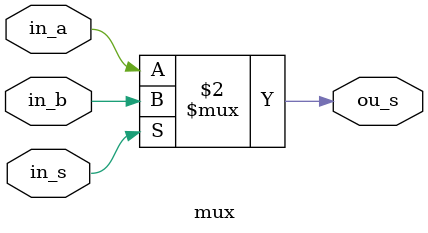
<source format=v>
module divider_8b (in_a, in_b, ou_r, ou_q);
	input [7:0] in_a, in_b;
	output[7:0] ou_r, ou_q;
	
	wire [7:0] bouA, bouB, bouC, bouD, bouE, bouF, bouG, bouH, subA, subB, subC, subD, subE, subF, subG, subH, muxH;
	wire [6:0] muxA, muxB, muxC, muxD, muxE, muxF, muxG;
	
	full_sub fA0(in_a[7],in_b[0], 1'b0   , bouA[0], subA[0]);
	full_sub fA1(1'b0   ,in_b[1], bouA[0], bouA[1], subA[1]);
	full_sub fA2(1'b0   ,in_b[2], bouA[1], bouA[2], subA[2]);
	full_sub fA3(1'b0   ,in_b[3], bouA[2], bouA[3], subA[3]);
	full_sub fA4(1'b0   ,in_b[4], bouA[3], bouA[4], subA[4]);
	full_sub fA5(1'b0   ,in_b[5], bouA[4], bouA[5], subA[5]);
	full_sub fA6(1'b0   ,in_b[6], bouA[5], bouA[6], subA[6]);
	full_sub fA7(1'b0   ,in_b[7], bouA[6], bouA[7], subA[7]);
	
	mux muxA_0(subA[0], in_a[7], bouA[7], muxA[0]);
	mux muxA_1(subA[1], 1'b0   , bouA[7], muxA[1]);
	mux muxA_2(subA[2], 1'b0   , bouA[7], muxA[2]);
	mux muxA_3(subA[3], 1'b0   , bouA[7], muxA[3]);
	mux muxA_4(subA[4], 1'b0   , bouA[7], muxA[4]);
	mux muxA_5(subA[5], 1'b0   , bouA[7], muxA[5]);
	mux muxA_6(subA[6], 1'b0   , bouA[7], muxA[6]);
	
	full_sub fB0(in_a[6], in_b[0],1'b0    , bouB[0], subB[0]);
	full_sub fB1(muxA[0], in_b[1], bouB[0], bouB[1], subB[1]); 
	full_sub fB2(muxA[1], in_b[2], bouB[1], bouB[2], subB[2]); 
	full_sub fB3(muxA[2], in_b[3], bouB[2], bouB[3], subB[3]); 
	full_sub fB4(muxA[3], in_b[4], bouB[3], bouB[4], subB[4]); 
	full_sub fB5(muxA[4], in_b[5], bouB[4], bouB[5], subB[5]); 
	full_sub fB6(muxA[5], in_b[6], bouB[5], bouB[6], subB[6]); 
	full_sub fB7(muxA[6], in_b[7], bouB[6], bouB[7], subB[7]); 
	
	mux muxB_0(subB[0], in_a[6], bouB[7], muxB[0]); 
	mux muxB_1(subB[1], muxA[0], bouB[7], muxB[1]);
	mux muxB_2(subB[2], muxA[1], bouB[7], muxB[2]);
	mux muxB_3(subB[3], muxA[2], bouB[7], muxB[3]);
	mux muxB_4(subB[4], muxA[3], bouB[7], muxB[4]);
	mux muxB_5(subB[5], muxA[4], bouB[7], muxB[5]);
	mux muxB_6(subB[6], muxA[5], bouB[7], muxB[6]);
	
	full_sub fC0(in_a[5], in_b[0],1'b0    , bouC[0], subC[0]);
	full_sub fC1(muxB[0], in_b[1], bouC[0], bouC[1], subC[1]); 
	full_sub fC2(muxB[1], in_b[2], bouC[1], bouC[2], subC[2]); 
	full_sub fC3(muxB[2], in_b[3], bouC[2], bouC[3], subC[3]); 
	full_sub fC4(muxB[3], in_b[4], bouC[3], bouC[4], subC[4]); 
	full_sub fC5(muxB[4], in_b[5], bouC[4], bouC[5], subC[5]); 
	full_sub fC6(muxB[5], in_b[6], bouC[5], bouC[6], subC[6]); 
	full_sub fC7(muxB[6], in_b[7], bouC[6], bouC[7], subC[7]);
	
	mux muxC_0(subC[0], in_a[5], bouC[7], muxC[0]); 
	mux muxC_1(subC[1], muxB[0], bouC[7], muxC[1]);
	mux muxC_2(subC[2], muxB[1], bouC[7], muxC[2]);
	mux muxC_3(subC[3], muxB[2], bouC[7], muxC[3]);
	mux muxC_4(subC[4], muxB[3], bouC[7], muxC[4]);
	mux muxC_5(subC[5], muxB[4], bouC[7], muxC[5]);
	mux muxC_6(subC[6], muxB[5], bouC[7], muxC[6]);
	
	full_sub fD0(in_a[4], in_b[0],1'b0    , bouD[0], subD[0]);
	full_sub fD1(muxC[0], in_b[1], bouD[0], bouD[1], subD[1]); 
	full_sub fD2(muxC[1], in_b[2], bouD[1], bouD[2], subD[2]); 
	full_sub fD3(muxC[2], in_b[3], bouD[2], bouD[3], subD[3]); 
	full_sub fD4(muxC[3], in_b[4], bouD[3], bouD[4], subD[4]); 
	full_sub fD5(muxC[4], in_b[5], bouD[4], bouD[5], subD[5]); 
	full_sub fD6(muxC[5], in_b[6], bouD[5], bouD[6], subD[6]); 
	full_sub fD7(muxC[6], in_b[7], bouD[6], bouD[7], subD[7]);
	
	mux muxD_0(subD[0], in_a[4], bouD[7], muxD[0]); 
	mux muxD_1(subD[1], muxC[0], bouD[7], muxD[1]);
	mux muxD_2(subD[2], muxC[1], bouD[7], muxD[2]);
	mux muxD_3(subD[3], muxC[2], bouD[7], muxD[3]);
	mux muxD_4(subD[4], muxC[3], bouD[7], muxD[4]);
	mux muxD_5(subD[5], muxC[4], bouD[7], muxD[5]);
	mux muxD_6(subD[6], muxC[5], bouD[7], muxD[6]);
	
	full_sub fE0(in_a[3], in_b[0],1'b0    , bouE[0], subE[0]);
	full_sub fE1(muxD[0], in_b[1], bouE[0], bouE[1], subE[1]); 
	full_sub fE2(muxD[1], in_b[2], bouE[1], bouE[2], subE[2]); 
	full_sub fE3(muxD[2], in_b[3], bouE[2], bouE[3], subE[3]); 
	full_sub fE4(muxD[3], in_b[4], bouE[3], bouE[4], subE[4]); 
	full_sub fE5(muxD[4], in_b[5], bouE[4], bouE[5], subE[5]); 
	full_sub fE6(muxD[5], in_b[6], bouE[5], bouE[6], subE[6]); 
	full_sub fE7(muxD[6], in_b[7], bouE[6], bouE[7], subE[7]);
	
	mux muxE_0(subE[0], in_a[3], bouE[7], muxE[0]); 
	mux muxE_1(subE[1], muxD[0], bouE[7], muxE[1]);
	mux muxE_2(subE[2], muxD[1], bouE[7], muxE[2]);
	mux muxE_3(subE[3], muxD[2], bouE[7], muxE[3]);
	mux muxE_4(subE[4], muxD[3], bouE[7], muxE[4]);
	mux muxE_5(subE[5], muxD[4], bouE[7], muxE[5]);
	mux muxE_6(subE[6], muxD[5], bouE[7], muxE[6]);
	
	full_sub fF0(in_a[2], in_b[0],1'b0    , bouF[0], subF[0]);
	full_sub fF1(muxE[0], in_b[1], bouF[0], bouF[1], subF[1]); 
	full_sub fF2(muxE[1], in_b[2], bouF[1], bouF[2], subF[2]); 
	full_sub fF3(muxE[2], in_b[3], bouF[2], bouF[3], subF[3]); 
	full_sub fF4(muxE[3], in_b[4], bouF[3], bouF[4], subF[4]); 
	full_sub fF5(muxE[4], in_b[5], bouF[4], bouF[5], subF[5]); 
	full_sub fF6(muxE[5], in_b[6], bouF[5], bouF[6], subF[6]); 
	full_sub fF7(muxE[6], in_b[7], bouF[6], bouF[7], subF[7]);
	
	mux muxF_0(subF[0], in_a[2], bouF[7], muxF[0]); 
	mux muxF_1(subF[1], muxE[0], bouF[7], muxF[1]);
	mux muxF_2(subF[2], muxE[1], bouF[7], muxF[2]);
	mux muxF_3(subF[3], muxE[2], bouF[7], muxF[3]);
	mux muxF_4(subF[4], muxE[3], bouF[7], muxF[4]);
	mux muxF_5(subF[5], muxE[4], bouF[7], muxF[5]);
	mux muxF_6(subF[6], muxE[5], bouF[7], muxF[6]);
	
	full_sub fG0(in_a[1], in_b[0],1'b0    , bouG[0], subG[0]);
	full_sub fG1(muxF[0], in_b[1], bouG[0], bouG[1], subG[1]); 
	full_sub fG2(muxF[1], in_b[2], bouG[1], bouG[2], subG[2]); 
	full_sub fG3(muxF[2], in_b[3], bouG[2], bouG[3], subG[3]); 
	full_sub fG4(muxF[3], in_b[4], bouG[3], bouG[4], subG[4]); 
	full_sub fG5(muxF[4], in_b[5], bouG[4], bouG[5], subG[5]); 
	full_sub fG6(muxF[5], in_b[6], bouG[5], bouG[6], subG[6]); 
	full_sub fG7(muxF[6], in_b[7], bouG[6], bouG[7], subG[7]);
	
	mux muxG_0(subG[0], in_a[1], bouG[7], muxG[0]); 
	mux muxG_1(subG[1], muxF[0], bouG[7], muxG[1]);
	mux muxG_2(subG[2], muxF[1], bouG[7], muxG[2]);
	mux muxG_3(subG[3], muxF[2], bouG[7], muxG[3]);
	mux muxG_4(subG[4], muxF[3], bouG[7], muxG[4]);
	mux muxG_5(subG[5], muxF[4], bouG[7], muxG[5]);
	mux muxG_6(subG[6], muxF[5], bouG[7], muxG[6]);
	
	full_sub fH0(in_a[0], in_b[0],1'b0    , bouH[0], subH[0]);
	full_sub fH1(muxG[0], in_b[1], bouH[0], bouH[1], subH[1]); 
	full_sub fH2(muxG[1], in_b[2], bouH[1], bouH[2], subH[2]); 
	full_sub fH3(muxG[2], in_b[3], bouH[2], bouH[3], subH[3]); 
	full_sub fH4(muxG[3], in_b[4], bouH[3], bouH[4], subH[4]); 
	full_sub fH5(muxG[4], in_b[5], bouH[4], bouH[5], subH[5]); 
	full_sub fH6(muxG[5], in_b[6], bouH[5], bouH[6], subH[6]); 
	full_sub fH7(muxG[6], in_b[7], bouH[6], bouH[7], subH[7]);
	
	mux muxH_0(subH[0], in_a[0], bouH[7], muxH[0]); 
	mux muxH_1(subH[1], muxG[0], bouH[7], muxH[1]);
	mux muxH_2(subH[2], muxG[1], bouH[7], muxH[2]);
	mux muxH_3(subH[3], muxG[2], bouH[7], muxH[3]);
	mux muxH_4(subH[4], muxG[3], bouH[7], muxH[4]);
	mux muxH_5(subH[5], muxG[4], bouH[7], muxH[5]);
	mux muxH_6(subH[6], muxG[5], bouH[7], muxH[6]);
	mux muxH_7(subH[7], muxG[5], bouH[7], muxH[7]);
	
	assign ou_r[7] = muxH[7];
	assign ou_r[6] = muxH[6];
	assign ou_r[5] = muxH[5];
	assign ou_r[4] = muxH[4];
	assign ou_r[3] = muxH[3];
	assign ou_r[2] = muxH[2];
	assign ou_r[1] = muxH[1];
	assign ou_r[0] = muxH[0];
	
	assign ou_q[7] = ~bouA[7];
	assign ou_q[6] = ~bouB[7];
	assign ou_q[5] = ~bouC[7];
	assign ou_q[4] = ~bouD[7];
	assign ou_q[3] = ~bouE[7];
	assign ou_q[2] = ~bouF[7];
	assign ou_q[1] = ~bouG[7];
	assign ou_q[0] = ~bouH[7];
	
endmodule 
	
	
module divider_4b (in_a, in_b, ou_r, ou_q);
	input [3:0] in_a, in_b;
	output[3:0] ou_r, ou_q;
	
	wire [3:0] bouA, bouB, bouC, bouD, subA, subB, subC, subD, muxF;
	wire [2:0] muxA, muxB, muxC;
	
	full_sub fA0(in_a[3], in_b[0], 1'b0   , bouA[0], subA[0]); 
	full_sub fA1(1'b0   , in_b[1], bouA[0], bouA[1], subA[1]);
	full_sub fA2(1'b0   , in_b[2], bouA[1], bouA[2], subA[2]);
	full_sub fA3(1'b0   , in_b[3], bouA[2], bouA[3], subA[3]);
	
	mux mux1_0(subA[0], in_a[3], bouA[3], muxA[0]);
	mux mux1_1(subA[1], 1'b0   , bouA[3], muxA[1]);
	mux mux1_2(subA[2], 1'b0   , bouA[3], muxA[2]);
	
	full_sub fB0(in_a[2], in_b[0], 1'b0   , bouB[0], subB[0]);
	full_sub fB1(muxA[0], in_b[1], bouB[0], bouB[1], subB[1]);
	full_sub fB2(muxA[1], in_b[2], bouB[1], bouB[2], subB[2]);
	full_sub fB3(muxA[2], in_b[3], bouB[2], bouB[3], subB[3]);
	
	mux mux2_0(subB[0], in_a[2], bouB[3], muxB[0]);
	mux mux2_1(subB[1], muxA[0], bouB[3], muxB[1]);
	mux mux2_2(subB[2], muxA[1], bouB[3], muxB[2]);
	
	full_sub fC0(in_a[1], in_b[0], 1'b0   , bouC[0], subC[0]);
	full_sub fC1(muxB[0], in_b[1], bouC[0], bouC[1], subC[1]);
	full_sub fC2(muxB[1], in_b[2], bouC[1], bouC[2], subC[2]);
	full_sub fC3(muxB[2], in_b[3], bouC[2], bouC[3], subC[3]);
	
	mux mux3_0(subC[0], in_a[1], bouC[3], muxC[0]);
	mux mux3_1(subC[1], muxB[0], bouC[3], muxC[1]);
	mux mux3_2(subC[2], muxB[1], bouC[3], muxC[2]);
	
	full_sub fD0(in_a[0], in_b[0], 1'b0   , bouD[0], subD[0]);
	full_sub fD1(muxC[0], in_b[1], bouD[0], bouD[1], subD[1]);
	full_sub fD2(muxC[1], in_b[2], bouD[1], bouD[2], subD[2]);
	full_sub fD3(muxC[2], in_b[3], bouD[2], bouD[3], subD[3]);
	
	mux muxF_0(subD[0], in_a[0], bouD[3], muxF[0]);
	mux muxF_1(subD[1], muxC[0], bouD[3], muxF[1]);
	mux muxF_2(subD[2], muxC[1], bouD[3], muxF[2]);
	mux muxF_3(subD[3], muxC[2], bouD[3], muxF[3]);
	
	assign ou_r[3] = muxF[3];
	assign ou_r[2] = muxF[2];
	assign ou_r[1] = muxF[1];
	assign ou_r[0] = muxF[0];
	
	assign ou_q[3] = ~bouA[3];
	assign ou_q[2] = ~bouB[3];
	assign ou_q[1] = ~bouC[3];
	assign ou_q[0] = ~bouD[3];

endmodule	

module full_sub(in_a, in_b, in_bor, ou_bor, ou_d);
	input in_a, in_b, in_bor;
	output  ou_bor, ou_d;
	
	assign ou_d = (in_a ^ in_b) ^ in_bor;
	assign ou_bor = ((in_a ~^ in_b) & in_bor) | (~in_a & in_b);
	
endmodule 

module mux(in_a, in_b, in_s, ou_s);
	input in_a, in_b, in_s;
	output ou_s; 
	
	assign ou_s = (in_s == 1'b1)? in_b : in_a;
	
endmodule


</source>
